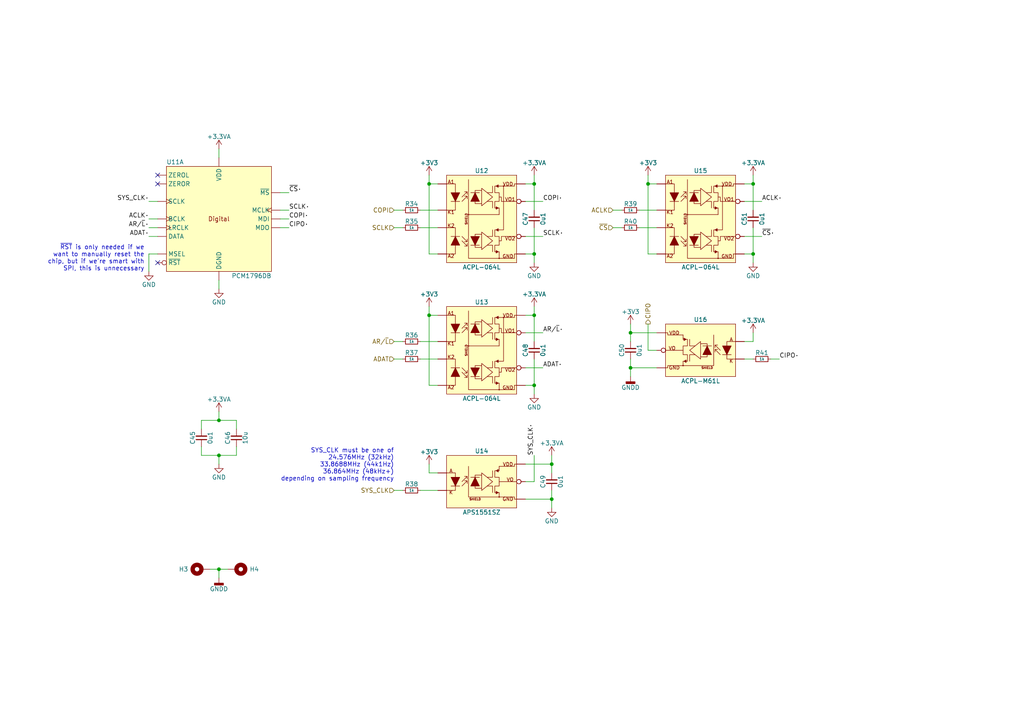
<source format=kicad_sch>
(kicad_sch (version 20211123) (generator eeschema)
  (paper "A4")
  (lib_symbols
    (symbol "DX-MON:ACPL-064L" (pin_numbers hide) (pin_names hide)
      (property "Reference" "U" (at 0 13.97 0))
      (property "Value" "ACPL-064L" (at 0 -13.97 0))
      (symbol "ACPL-064L_0_0"
        (polyline (pts (xy 5.08 -6.35) (xy 5.715 -6.35) (xy 5.715 -5.08) (xy 10.16 -5.08)) (stroke (width 0.1524)))
        (text "A1" (at -8.89 10.16 0) (effects (font (size 1.016 1.016)) (justify bottom)))
        (text "A2" (at -8.89 -10.16 0) (effects (font (size 1.016 1.016)) (justify top)))
        (text "GND" (at 7.62 -11.43 0) (effects (font (size 1.016 1.016)) (justify bottom)))
        (text "K1" (at -8.89 2.54 0) (effects (font (size 1.016 1.016)) (justify top)))
        (text "K2" (at -8.89 -2.54 0) (effects (font (size 1.016 1.016)) (justify bottom)))
        (text "SHIELD" (at -4.445 0 900) (effects (font (size 0.635 0.635))))
        (text "VDD" (at 7.62 9.525 0) (effects (font (size 1.016 1.016)) (justify bottom)))
        (text "VO1" (at 8.255 5.08 0) (effects (font (size 1.016 1.016)) (justify bottom)))
        (text "VO2" (at 8.255 -5.08 0) (effects (font (size 1.016 1.016)) (justify top)))
      )
      (symbol "ACPL-064L_0_1"
        (rectangle (start -10.16 12.7) (end 10.16 -12.7) (stroke (width 0.1524)) (fill (type background)))
        (circle (center -3.81 1.27) (radius 0.127) (stroke (width 0.1524)))
        (polyline (pts (xy -8.89 -5.08) (xy -6.35 -5.08)) (stroke (width 0.1524)))
        (polyline (pts (xy -8.89 5.08) (xy -6.35 5.08)) (stroke (width 0.1524)))
        (polyline (pts (xy -3.175 -7.62) (xy -0.635 -7.62)) (stroke (width 0.1524)))
        (polyline (pts (xy -3.175 7.62) (xy -0.635 7.62)) (stroke (width 0.1524)))
        (polyline (pts (xy 5.08 -9.525) (xy 5.08 -11.43)) (stroke (width 0.1524)))
        (polyline (pts (xy 5.08 1.27) (xy -3.81 1.27)) (stroke (width 0.1524)))
        (polyline (pts (xy 5.08 3.175) (xy 5.08 1.27)) (stroke (width 0.1524)))
        (polyline (pts (xy 9.525 -10.16) (xy 10.16 -10.16)) (stroke (width 0.1524)))
        (polyline (pts (xy -10.16 -2.54) (xy -7.62 -2.54) (xy -7.62 -5.08)) (stroke (width 0.1524)))
        (polyline (pts (xy -10.16 2.54) (xy -7.62 2.54) (xy -7.62 5.08)) (stroke (width 0.1524)))
        (polyline (pts (xy -7.62 -7.62) (xy -7.62 -10.16) (xy -10.16 -10.16)) (stroke (width 0.1524)))
        (polyline (pts (xy -7.62 7.62) (xy -7.62 10.16) (xy -10.16 10.16)) (stroke (width 0.1524)))
        (polyline (pts (xy -1.905 -7.62) (xy -1.905 -8.255) (xy 0 -8.255)) (stroke (width 0.1524)))
        (polyline (pts (xy -1.905 -5.08) (xy -1.905 -4.445) (xy 0 -4.445)) (stroke (width 0.1524)))
        (polyline (pts (xy -1.905 5.08) (xy -1.905 4.445) (xy 0 4.445)) (stroke (width 0.1524)))
        (polyline (pts (xy -1.905 7.62) (xy -1.905 8.255) (xy 0 8.255)) (stroke (width 0.1524)))
        (polyline (pts (xy 3.175 -9.525) (xy 3.175 -7.62) (xy 1.651 -7.62)) (stroke (width 0.1524)))
        (polyline (pts (xy 3.175 -3.175) (xy 3.175 -5.08) (xy 1.651 -5.08)) (stroke (width 0.1524)))
        (polyline (pts (xy 3.175 3.175) (xy 3.175 5.08) (xy 1.651 5.08)) (stroke (width 0.1524)))
        (polyline (pts (xy 3.175 9.525) (xy 3.175 7.62) (xy 1.651 7.62)) (stroke (width 0.1524)))
        (polyline (pts (xy 5.08 -3.175) (xy 6.35 -3.175) (xy 6.35 9.525)) (stroke (width 0.1524)))
        (polyline (pts (xy -3.81 11.43) (xy -3.81 -11.43) (xy 9.525 -11.43) (xy 9.525 -10.16)) (stroke (width 0.1524)))
        (polyline (pts (xy 5.08 6.35) (xy 5.715 6.35) (xy 5.715 5.08) (xy 10.16 5.08)) (stroke (width 0.1524)))
        (polyline (pts (xy 5.08 9.525) (xy 9.525 9.525) (xy 9.525 10.16) (xy 10.16 10.16)) (stroke (width 0.1524)))
        (polyline (pts (xy -8.89 7.62) (xy -6.35 7.62) (xy -7.62 5.08) (xy -8.89 7.62) (xy -6.35 7.62)) (stroke (width 0.1524)) (fill (type outline)))
        (polyline (pts (xy -6.35 -7.62) (xy -8.89 -7.62) (xy -7.62 -5.08) (xy -6.35 -7.62) (xy -8.89 -7.62)) (stroke (width 0.1524)) (fill (type outline)))
        (polyline (pts (xy -5.715 -6.35) (xy -4.191 -7.874) (xy -4.191 -7.112) (xy -4.191 -7.874) (xy -4.953 -7.874)))
        (polyline (pts (xy -5.715 -5.08) (xy -4.191 -6.604) (xy -4.191 -5.842) (xy -4.191 -6.604) (xy -4.953 -6.604)))
        (polyline (pts (xy -5.715 5.08) (xy -4.191 6.604) (xy -4.191 5.842) (xy -4.191 6.604) (xy -4.953 6.604)))
        (polyline (pts (xy -5.715 6.35) (xy -4.191 7.874) (xy -4.191 7.112) (xy -4.191 7.874) (xy -4.953 7.874)))
        (polyline (pts (xy -3.175 -5.08) (xy -0.635 -5.08) (xy -1.905 -7.62) (xy -3.175 -5.08) (xy -0.635 -5.08)) (stroke (width 0.1524)) (fill (type outline)))
        (polyline (pts (xy -0.635 5.08) (xy -3.175 5.08) (xy -1.905 7.62) (xy -0.635 5.08) (xy -3.175 5.08)) (stroke (width 0.1524)) (fill (type outline)))
        (polyline (pts (xy 0 -3.81) (xy 0 -8.89) (xy 3.175 -6.35) (xy 0 -3.81) (xy 0 -8.89)) (stroke (width 0.1524)))
        (polyline (pts (xy 0 8.89) (xy 0 3.81) (xy 3.175 6.35) (xy 0 8.89) (xy 0 3.81)) (stroke (width 0.1524)))
        (polyline (pts (xy 4.191 -3.175) (xy 4.826 -2.794) (xy 4.826 -3.556) (xy 4.191 -3.175) (xy 4.826 -2.794)) (stroke (width 0.1524)) (fill (type outline)))
        (polyline (pts (xy 4.191 9.525) (xy 4.826 9.906) (xy 4.826 9.144) (xy 4.191 9.525) (xy 4.826 9.906)) (stroke (width 0.1524)) (fill (type outline)))
        (polyline (pts (xy 4.826 -9.525) (xy 4.191 -9.906) (xy 4.191 -9.144) (xy 4.826 -9.525) (xy 4.191 -9.906)) (stroke (width 0.1524)) (fill (type outline)))
        (polyline (pts (xy 4.826 3.175) (xy 4.191 2.794) (xy 4.191 3.556) (xy 4.826 3.175) (xy 4.191 2.794)) (stroke (width 0.1524)) (fill (type outline)))
        (polyline (pts (xy 5.08 -9.525) (xy 3.81 -9.525) (xy 3.81 -7.62) (xy 5.08 -7.62) (xy 5.08 -5.08) (xy 3.81 -5.08) (xy 3.81 -3.175) (xy 5.08 -3.175)) (stroke (width 0.1524)))
        (polyline (pts (xy 5.08 3.175) (xy 3.81 3.175) (xy 3.81 5.08) (xy 5.08 5.08) (xy 5.08 7.62) (xy 3.81 7.62) (xy 3.81 9.525) (xy 5.08 9.525)) (stroke (width 0.1524)))
        (circle (center 5.08 -11.43) (radius 0.127) (stroke (width 0.1524)))
        (circle (center 6.35 9.525) (radius 0.127) (stroke (width 0.1524)))
      )
      (symbol "ACPL-064L_1_1"
        (pin passive line (at -12.7 10.16 0) (length 2.54) (name "A1") (number "1"))
        (pin passive line (at -12.7 2.54 0) (length 2.54) (name "K1") (number "2"))
        (pin passive line (at -12.7 -2.54 0) (length 2.54) (name "K2") (number "3"))
        (pin passive line (at -12.7 -10.16 0) (length 2.54) (name "A2") (number "4"))
        (pin power_in line (at 12.7 -10.16 180) (length 2.54) (name "GND") (number "5"))
        (pin output inverted (at 12.7 -5.08 180) (length 2.54) (name "VO2") (number "6"))
        (pin output inverted (at 12.7 5.08 180) (length 2.54) (name "VO1") (number "7"))
        (pin power_in line (at 12.7 10.16 180) (length 2.54) (name "VDD") (number "8"))
      )
    )
    (symbol "DX-MON:ACPL-W61L" (pin_numbers hide) (pin_names hide)
      (property "Reference" "U" (at 0 8.89 0))
      (property "Value" "ACPL-W61L" (at 0 -8.89 0))
      (symbol "ACPL-W61L_0_0"
        (polyline (pts (xy 10.16 0) (xy 5.08 0)) (stroke (width 0.1524)))
        (polyline (pts (xy 5.08 -4.445) (xy -3.81 -4.445) (xy -3.81 4.445)) (stroke (width 0.1524)))
        (polyline (pts (xy 10.16 -5.08) (xy 9.525 -5.08) (xy 9.525 -4.445) (xy 5.08 -4.445)) (stroke (width 0.1524)))
        (text "A" (at -8.89 2.54 0) (effects (font (size 1.016 1.016)) (justify bottom)))
        (text "GND" (at 7.62 -4.445 0) (effects (font (size 1.016 1.016)) (justify top)))
        (text "K" (at -8.89 -2.54 0) (effects (font (size 1.016 1.016)) (justify top)))
        (text "SHIELD" (at -1.905 -5.08 0) (effects (font (size 0.635 0.635))))
        (text "VDD" (at 7.62 4.445 0) (effects (font (size 1.016 1.016)) (justify bottom)))
        (text "VO" (at 8.255 0 0) (effects (font (size 1.016 1.016)) (justify bottom)))
      )
      (symbol "ACPL-W61L_0_1"
        (rectangle (start -10.16 7.62) (end 10.16 -7.62) (stroke (width 0.1524)) (fill (type background)))
        (polyline (pts (xy -8.89 -1.27) (xy -6.35 -1.27)) (stroke (width 0.1524)))
        (polyline (pts (xy -3.175 1.27) (xy -0.635 1.27)) (stroke (width 0.1524)))
        (polyline (pts (xy 5.08 -3.175) (xy 5.08 -4.445)) (stroke (width 0.1524)))
        (polyline (pts (xy 5.08 4.445) (xy 5.08 3.175)) (stroke (width 0.1524)))
        (polyline (pts (xy -10.16 -2.54) (xy -7.62 -2.54) (xy -7.62 -1.27)) (stroke (width 0.1524)))
        (polyline (pts (xy -7.62 1.27) (xy -7.62 2.54) (xy -10.16 2.54)) (stroke (width 0.1524)))
        (polyline (pts (xy -1.905 -1.27) (xy -1.905 -1.905) (xy 0 -1.905)) (stroke (width 0.1524)))
        (polyline (pts (xy -1.905 1.27) (xy -1.905 1.905) (xy 0 1.905)) (stroke (width 0.1524)))
        (polyline (pts (xy 3.175 -3.175) (xy 3.175 -1.27) (xy 1.651 -1.27)) (stroke (width 0.1524)))
        (polyline (pts (xy 3.175 3.175) (xy 3.175 1.27) (xy 1.651 1.27)) (stroke (width 0.1524)))
        (polyline (pts (xy 5.08 4.445) (xy 9.525 4.445) (xy 9.525 5.08) (xy 10.16 5.08)) (stroke (width 0.1524)))
        (polyline (pts (xy -8.89 1.27) (xy -6.35 1.27) (xy -7.62 -1.27) (xy -8.89 1.27) (xy -6.35 1.27)) (stroke (width 0.1524)) (fill (type outline)))
        (polyline (pts (xy -5.715 -1.27) (xy -4.191 0.254) (xy -4.191 -0.508) (xy -4.191 0.254) (xy -4.953 0.254)))
        (polyline (pts (xy -5.715 0) (xy -4.191 1.524) (xy -4.191 0.762) (xy -4.191 1.524) (xy -4.953 1.524)))
        (polyline (pts (xy -0.635 -1.27) (xy -3.175 -1.27) (xy -1.905 1.27) (xy -0.635 -1.27) (xy -3.175 -1.27)) (stroke (width 0.1524)) (fill (type outline)))
        (polyline (pts (xy 0 2.54) (xy 0 -2.54) (xy 3.175 0) (xy 0 2.54) (xy 0 -2.54)) (stroke (width 0.1524)))
        (polyline (pts (xy 4.191 3.175) (xy 4.826 3.556) (xy 4.826 2.794) (xy 4.191 3.175) (xy 4.826 3.556)) (stroke (width 0.1524)) (fill (type outline)))
        (polyline (pts (xy 4.826 -3.175) (xy 4.191 -3.556) (xy 4.191 -2.794) (xy 4.826 -3.175) (xy 4.191 -3.556)) (stroke (width 0.1524)) (fill (type outline)))
        (polyline (pts (xy 5.08 -3.175) (xy 3.81 -3.175) (xy 3.81 -1.27) (xy 5.08 -1.27) (xy 5.08 1.27) (xy 3.81 1.27) (xy 3.81 3.175) (xy 5.08 3.175)) (stroke (width 0.1524)))
        (circle (center 5.08 -4.445) (radius 0.127) (stroke (width 0.1524)))
      )
      (symbol "ACPL-W61L_1_1"
        (pin passive line (at -12.7 2.54 0) (length 2.54) (name "A") (number "1"))
        (pin passive line (at -12.7 -2.54 0) (length 2.54) (name "K") (number "3"))
        (pin power_in line (at 12.7 -5.08 180) (length 2.54) (name "GND") (number "4"))
        (pin output inverted (at 12.7 0 180) (length 2.54) (name "VO") (number "5"))
        (pin power_in line (at 12.7 5.08 180) (length 2.54) (name "VDD") (number "6"))
      )
    )
    (symbol "DX-MON:APS1551SZ" (pin_numbers hide) (pin_names hide)
      (property "Reference" "U" (at 0 8.89 0))
      (property "Value" "APS1551SZ" (at 0 -8.89 0))
      (symbol "APS1551SZ_0_0"
        (polyline (pts (xy 10.16 0) (xy 5.08 0)) (stroke (width 0.1524)))
        (polyline (pts (xy 5.08 -4.445) (xy -3.81 -4.445) (xy -3.81 4.445)) (stroke (width 0.1524)))
        (polyline (pts (xy 10.16 -5.08) (xy 9.525 -5.08) (xy 9.525 -4.445) (xy 5.08 -4.445)) (stroke (width 0.1524)))
        (text "A" (at -8.89 2.54 0) (effects (font (size 1.016 1.016)) (justify bottom)))
        (text "GND" (at 7.62 -4.445 0) (effects (font (size 1.016 1.016)) (justify top)))
        (text "K" (at -8.89 -2.54 0) (effects (font (size 1.016 1.016)) (justify top)))
        (text "SHIELD" (at -1.905 -5.08 0) (effects (font (size 0.635 0.635))))
        (text "VDD" (at 7.62 4.445 0) (effects (font (size 1.016 1.016)) (justify bottom)))
        (text "VO" (at 8.255 0 0) (effects (font (size 1.016 1.016)) (justify bottom)))
      )
      (symbol "APS1551SZ_0_1"
        (rectangle (start -10.16 7.62) (end 10.16 -7.62) (stroke (width 0.1524)) (fill (type background)))
        (polyline (pts (xy -8.89 -1.27) (xy -6.35 -1.27)) (stroke (width 0.1524)))
        (polyline (pts (xy -3.175 1.27) (xy -0.635 1.27)) (stroke (width 0.1524)))
        (polyline (pts (xy 5.08 -3.175) (xy 5.08 -4.445)) (stroke (width 0.1524)))
        (polyline (pts (xy 5.08 4.445) (xy 5.08 3.175)) (stroke (width 0.1524)))
        (polyline (pts (xy -10.16 -2.54) (xy -7.62 -2.54) (xy -7.62 -1.27)) (stroke (width 0.1524)))
        (polyline (pts (xy -7.62 1.27) (xy -7.62 2.54) (xy -10.16 2.54)) (stroke (width 0.1524)))
        (polyline (pts (xy -1.905 -1.27) (xy -1.905 -1.905) (xy 0 -1.905)) (stroke (width 0.1524)))
        (polyline (pts (xy -1.905 1.27) (xy -1.905 1.905) (xy 0 1.905)) (stroke (width 0.1524)))
        (polyline (pts (xy 3.175 -3.175) (xy 3.175 -1.27) (xy 1.651 -1.27)) (stroke (width 0.1524)))
        (polyline (pts (xy 3.175 3.175) (xy 3.175 1.27) (xy 1.651 1.27)) (stroke (width 0.1524)))
        (polyline (pts (xy 5.08 4.445) (xy 9.525 4.445) (xy 9.525 5.08) (xy 10.16 5.08)) (stroke (width 0.1524)))
        (polyline (pts (xy -8.89 1.27) (xy -6.35 1.27) (xy -7.62 -1.27) (xy -8.89 1.27) (xy -6.35 1.27)) (stroke (width 0.1524)) (fill (type outline)))
        (polyline (pts (xy -5.715 -1.27) (xy -4.191 0.254) (xy -4.191 -0.508) (xy -4.191 0.254) (xy -4.953 0.254)))
        (polyline (pts (xy -5.715 0) (xy -4.191 1.524) (xy -4.191 0.762) (xy -4.191 1.524) (xy -4.953 1.524)))
        (polyline (pts (xy -0.635 -1.27) (xy -3.175 -1.27) (xy -1.905 1.27) (xy -0.635 -1.27) (xy -3.175 -1.27)) (stroke (width 0.1524)) (fill (type outline)))
        (polyline (pts (xy 0 2.54) (xy 0 -2.54) (xy 3.175 0) (xy 0 2.54) (xy 0 -2.54)) (stroke (width 0.1524)))
        (polyline (pts (xy 4.191 3.175) (xy 4.826 3.556) (xy 4.826 2.794) (xy 4.191 3.175) (xy 4.826 3.556)) (stroke (width 0.1524)) (fill (type outline)))
        (polyline (pts (xy 4.826 -3.175) (xy 4.191 -3.556) (xy 4.191 -2.794) (xy 4.826 -3.175) (xy 4.191 -3.556)) (stroke (width 0.1524)) (fill (type outline)))
        (polyline (pts (xy 5.08 -3.175) (xy 3.81 -3.175) (xy 3.81 -1.27) (xy 5.08 -1.27) (xy 5.08 1.27) (xy 3.81 1.27) (xy 3.81 3.175) (xy 5.08 3.175)) (stroke (width 0.1524)))
        (circle (center 5.08 -4.445) (radius 0.127) (stroke (width 0.1524)))
      )
      (symbol "APS1551SZ_1_1"
        (pin passive line (at -12.7 2.54 0) (length 2.54) (name "A") (number "1"))
        (pin passive line (at -12.7 -2.54 0) (length 2.54) (name "K") (number "3"))
        (pin power_in line (at 12.7 -5.08 180) (length 2.54) (name "GND") (number "4"))
        (pin output inverted (at 12.7 0 180) (length 2.54) (name "VO") (number "5"))
        (pin power_in line (at 12.7 5.08 180) (length 2.54) (name "VDD") (number "6"))
      )
    )
    (symbol "DX-MON:PCM1796DB" (pin_numbers hide)
      (property "Reference" "U" (at -15.24 16.51 0))
      (property "Value" "PCM1796DB" (at 15.24 -16.51 0))
      (symbol "PCM1796DB_1_0"
        (rectangle (start -15.24 15.24) (end 15.24 -15.24) (stroke (width 0.1524)) (fill (type background)))
        (text "Digital" (at 0 0 0) (effects (font (size 1.27 1.27))))
      )
      (symbol "PCM1796DB_1_1"
        (pin bidirectional line (at -17.78 12.7 0) (length 2.54) (name "ZEROL") (number "1"))
        (pin bidirectional line (at 17.78 7.62 180) (length 2.54) (name "~{MS}") (number "10"))
        (pin input line (at 17.78 0 180) (length 2.54) (name "MDI") (number "11"))
        (pin input clock (at 17.78 2.54 180) (length 2.54) (name "MCLK") (number "12"))
        (pin output line (at 17.78 -2.54 180) (length 2.54) (name "MDO") (number "13"))
        (pin input inverted (at -17.78 -12.7 0) (length 2.54) (name "~{RST}") (number "14"))
        (pin bidirectional line (at -17.78 10.16 0) (length 2.54) (name "ZEROR") (number "2"))
        (pin input line (at -17.78 -10.16 0) (length 2.54) (name "MSEL") (number "3"))
        (pin input clock (at -17.78 -2.54 0) (length 2.54) (name "LRCLK") (number "4"))
        (pin input line (at -17.78 -5.08 0) (length 2.54) (name "DATA") (number "5"))
        (pin input clock (at -17.78 0 0) (length 2.54) (name "BCLK") (number "6"))
        (pin input clock (at -17.78 5.08 0) (length 2.54) (name "SCLK") (number "7"))
        (pin power_in line (at 0 -17.78 90) (length 2.54) (name "DGND") (number "8"))
        (pin power_in line (at 0 17.78 270) (length 2.54) (name "VDD") (number "9"))
      )
      (symbol "PCM1796DB_2_0"
        (rectangle (start -15.24 15.24) (end 15.24 -15.24) (stroke (width 0.1524)) (fill (type background)))
        (text "Analog" (at 0 0 0) (effects (font (size 1.27 1.27))))
      )
      (symbol "PCM1796DB_2_1"
        (pin power_in line (at 2.54 17.78 270) (length 2.54) (name "AVCC2R") (number "15"))
        (pin power_in line (at -2.54 -17.78 90) (length 2.54) (name "AGND3R") (number "16"))
        (pin output line (at 17.78 5.08 180) (length 2.54) (name "IOUTR+") (number "17"))
        (pin output line (at 17.78 2.54 180) (length 2.54) (name "IOUTR-") (number "18"))
        (pin power_in line (at 2.54 -17.78 90) (length 2.54) (name "AGND1") (number "19"))
        (pin input line (at -17.78 -5.08 0) (length 2.54) (name "IREF") (number "20"))
        (pin input line (at -17.78 5.08 0) (length 2.54) (name "VCOMR") (number "21"))
        (pin input line (at -17.78 0 0) (length 2.54) (name "VCOML") (number "22"))
        (pin power_in line (at -5.08 17.78 270) (length 2.54) (name "AVCC1") (number "23"))
        (pin power_in line (at 0 -17.78 90) (length 2.54) (name "AGND2") (number "24"))
        (pin output line (at 17.78 -2.54 180) (length 2.54) (name "IOUTL+") (number "25"))
        (pin output line (at 17.78 -5.08 180) (length 2.54) (name "IOUTL-") (number "26"))
        (pin power_in line (at -5.08 -17.78 90) (length 2.54) (name "AGND3L") (number "27"))
        (pin power_in line (at 0 17.78 270) (length 2.54) (name "AVCC2L") (number "28"))
      )
    )
    (symbol "Device:C_Small" (pin_numbers hide) (pin_names (offset 0.254) hide)
      (property "Reference" "C" (at 0.254 1.778 0))
      (property "Value" "C_Small" (at 0.254 -2.032 0))
      (symbol "C_Small_0_1"
        (polyline (pts (xy -1.524 -0.508) (xy 1.524 -0.508)) (stroke (width 0.3302)))
        (polyline (pts (xy -1.524 0.508) (xy 1.524 0.508)) (stroke (width 0.3048)))
      )
      (symbol "C_Small_1_1"
        (pin passive line (at 0 2.54 270) (length 2.032) (name "~") (number "1"))
        (pin passive line (at 0 -2.54 90) (length 2.032) (name "~") (number "2"))
      )
    )
    (symbol "Device:R_Small" (pin_numbers hide) (pin_names (offset 0.254) hide)
      (property "Reference" "R" (at 0.762 0.508 0))
      (property "Value" "R_Small" (at 0.762 -1.016 0))
      (symbol "R_Small_0_1"
        (rectangle (start -0.762 1.778) (end 0.762 -1.778) (stroke (width 0.2032)))
      )
      (symbol "R_Small_1_1"
        (pin passive line (at 0 2.54 270) (length 0.762) (name "~") (number "1"))
        (pin passive line (at 0 -2.54 90) (length 0.762) (name "~") (number "2"))
      )
    )
    (symbol "Mechanical:MountingHole_Pad" (pin_numbers hide) (pin_names (offset 1.016) hide)
      (property "Reference" "H" (at 0 6.35 0))
      (property "Value" "MountingHole_Pad" (at 0 4.445 0))
      (symbol "MountingHole_Pad_0_1"
        (circle (center 0 1.27) (radius 1.27) (stroke (width 1.27)))
      )
      (symbol "MountingHole_Pad_1_1"
        (pin input line (at 0 -2.54 90) (length 2.54) (name "1") (number "1"))
      )
    )
    (symbol "power:+3.3V" (power) (pin_names (offset 0))
      (property "Value" "+3.3V" (at 0 3.556 0))
      (symbol "+3.3V_0_1"
        (polyline (pts (xy -0.762 1.27) (xy 0 2.54)))
        (polyline (pts (xy 0 0) (xy 0 2.54)))
        (polyline (pts (xy 0 2.54) (xy 0.762 1.27)))
      )
      (symbol "+3.3V_1_1"
        (pin power_in line (at 0 0 90) (length 0) hide (name "+3V3") (number "1"))
      )
    )
    (symbol "power:+3.3VA" (power) (pin_names (offset 0))
      (property "Value" "+3.3VA" (at 0 3.556 0))
      (symbol "+3.3VA_0_1"
        (polyline (pts (xy -0.762 1.27) (xy 0 2.54)))
        (polyline (pts (xy 0 0) (xy 0 2.54)))
        (polyline (pts (xy 0 2.54) (xy 0.762 1.27)))
      )
      (symbol "+3.3VA_1_1"
        (pin power_in line (at 0 0 90) (length 0) hide (name "+3.3VA") (number "1"))
      )
    )
    (symbol "power:GND" (power) (pin_names (offset 0))
      (property "Value" "GND" (at 0 -3.81 0))
      (symbol "GND_0_1"
        (polyline (pts (xy 0 0) (xy 0 -1.27) (xy 1.27 -1.27) (xy 0 -2.54) (xy -1.27 -1.27) (xy 0 -1.27)))
      )
      (symbol "GND_1_1"
        (pin power_in line (at 0 0 270) (length 0) hide (name "GND") (number "1"))
      )
    )
    (symbol "power:GNDD" (power) (pin_names (offset 0))
      (property "Value" "GNDD" (at 0 -3.175 0))
      (symbol "GNDD_0_1"
        (rectangle (start -1.27 -1.524) (end 1.27 -2.032) (stroke (width 0.254)) (fill (type outline)))
        (polyline (pts (xy 0 0) (xy 0 -1.524)))
      )
      (symbol "GNDD_1_1"
        (pin power_in line (at 0 0 270) (length 0) hide (name "GNDD") (number "1"))
      )
    )
  )
  (junction (at 218.44 73.66))
  (junction (at 187.96 53.34))
  (junction (at 124.46 53.34))
  (junction (at 63.5 121.92))
  (junction (at 160.02 144.78))
  (junction (at 124.46 91.44))
  (junction (at 218.44 53.34))
  (junction (at 182.88 96.52))
  (junction (at 160.02 134.62))
  (junction (at 154.94 111.76))
  (junction (at 63.5 165.1))
  (junction (at 182.88 106.68))
  (junction (at 154.94 53.34))
  (junction (at 154.94 73.66))
  (junction (at 63.5 132.08))
  (junction (at 154.94 91.44))
  (no_connect (at 45.72 50.8))
  (no_connect (at 45.72 53.34))
  (no_connect (at 45.72 76.2))
  (wire (pts (xy 190.5 60.96) (xy 185.42 60.96)))
  (wire (pts (xy 152.4 96.52) (xy 157.48 96.52)))
  (wire (pts (xy 160.02 132.08) (xy 160.02 134.62)))
  (wire (pts (xy 154.94 91.44) (xy 152.4 91.44)))
  (wire (pts (xy 187.96 101.6) (xy 190.5 101.6)))
  (wire (pts (xy 157.48 68.58) (xy 152.4 68.58)))
  (wire (pts (xy 43.18 58.42) (xy 45.72 58.42)))
  (wire (pts (xy 154.94 139.7) (xy 152.4 139.7)))
  (wire (pts (xy 215.9 53.34) (xy 218.44 53.34)))
  (wire (pts (xy 63.5 165.1) (xy 66.04 165.1)))
  (wire (pts (xy 182.88 93.98) (xy 182.88 96.52)))
  (wire (pts (xy 182.88 96.52) (xy 190.5 96.52)))
  (wire (pts (xy 127 66.04) (xy 121.92 66.04)))
  (wire (pts (xy 43.18 73.66) (xy 43.18 78.74)))
  (wire (pts (xy 63.5 132.08) (xy 68.58 132.08)))
  (wire (pts (xy 187.96 50.8) (xy 187.96 53.34)))
  (wire (pts (xy 124.46 134.62) (xy 124.46 137.16)))
  (wire (pts (xy 45.72 66.04) (xy 43.18 66.04)))
  (wire (pts (xy 187.96 101.6) (xy 187.96 93.98)))
  (wire (pts (xy 160.02 134.62) (xy 152.4 134.62)))
  (wire (pts (xy 218.44 76.2) (xy 218.44 73.66)))
  (wire (pts (xy 116.84 142.24) (xy 114.3 142.24)))
  (wire (pts (xy 215.9 58.42) (xy 220.98 58.42)))
  (wire (pts (xy 58.42 121.92) (xy 63.5 121.92)))
  (wire (pts (xy 152.4 73.66) (xy 154.94 73.66)))
  (wire (pts (xy 83.82 66.04) (xy 81.28 66.04)))
  (wire (pts (xy 63.5 83.82) (xy 63.5 81.28)))
  (wire (pts (xy 63.5 119.38) (xy 63.5 121.92)))
  (wire (pts (xy 124.46 53.34) (xy 127 53.34)))
  (wire (pts (xy 63.5 121.92) (xy 68.58 121.92)))
  (wire (pts (xy 218.44 99.06) (xy 215.9 99.06)))
  (wire (pts (xy 154.94 99.06) (xy 154.94 91.44)))
  (wire (pts (xy 160.02 147.32) (xy 160.02 144.78)))
  (wire (pts (xy 63.5 43.18) (xy 63.5 45.72)))
  (wire (pts (xy 45.72 68.58) (xy 43.18 68.58)))
  (wire (pts (xy 124.46 137.16) (xy 127 137.16)))
  (wire (pts (xy 124.46 91.44) (xy 127 91.44)))
  (wire (pts (xy 152.4 111.76) (xy 154.94 111.76)))
  (wire (pts (xy 177.8 66.04) (xy 180.34 66.04)))
  (wire (pts (xy 124.46 73.66) (xy 124.46 53.34)))
  (wire (pts (xy 114.3 104.14) (xy 116.84 104.14)))
  (wire (pts (xy 218.44 96.52) (xy 218.44 99.06)))
  (wire (pts (xy 157.48 106.68) (xy 152.4 106.68)))
  (wire (pts (xy 81.28 63.5) (xy 83.82 63.5)))
  (wire (pts (xy 154.94 111.76) (xy 154.94 104.14)))
  (wire (pts (xy 218.44 104.14) (xy 215.9 104.14)))
  (wire (pts (xy 124.46 111.76) (xy 124.46 91.44)))
  (wire (pts (xy 152.4 58.42) (xy 157.48 58.42)))
  (wire (pts (xy 58.42 129.54) (xy 58.42 132.08)))
  (wire (pts (xy 127 142.24) (xy 121.92 142.24)))
  (wire (pts (xy 218.44 66.04) (xy 218.44 73.66)))
  (wire (pts (xy 81.28 55.88) (xy 83.82 55.88)))
  (wire (pts (xy 154.94 53.34) (xy 152.4 53.34)))
  (wire (pts (xy 68.58 132.08) (xy 68.58 129.54)))
  (wire (pts (xy 182.88 96.52) (xy 182.88 99.06)))
  (wire (pts (xy 124.46 50.8) (xy 124.46 53.34)))
  (wire (pts (xy 68.58 121.92) (xy 68.58 124.46)))
  (wire (pts (xy 218.44 73.66) (xy 215.9 73.66)))
  (wire (pts (xy 152.4 144.78) (xy 160.02 144.78)))
  (wire (pts (xy 127 111.76) (xy 124.46 111.76)))
  (wire (pts (xy 45.72 63.5) (xy 43.18 63.5)))
  (wire (pts (xy 121.92 104.14) (xy 127 104.14)))
  (wire (pts (xy 63.5 167.64) (xy 63.5 165.1)))
  (wire (pts (xy 187.96 53.34) (xy 190.5 53.34)))
  (wire (pts (xy 187.96 73.66) (xy 187.96 53.34)))
  (wire (pts (xy 160.02 144.78) (xy 160.02 142.24)))
  (wire (pts (xy 154.94 132.08) (xy 154.94 139.7)))
  (wire (pts (xy 60.96 165.1) (xy 63.5 165.1)))
  (wire (pts (xy 154.94 73.66) (xy 154.94 76.2)))
  (wire (pts (xy 45.72 73.66) (xy 43.18 73.66)))
  (wire (pts (xy 116.84 99.06) (xy 114.3 99.06)))
  (wire (pts (xy 226.06 104.14) (xy 223.52 104.14)))
  (wire (pts (xy 63.5 134.62) (xy 63.5 132.08)))
  (wire (pts (xy 182.88 104.14) (xy 182.88 106.68)))
  (wire (pts (xy 116.84 60.96) (xy 114.3 60.96)))
  (wire (pts (xy 218.44 53.34) (xy 218.44 50.8)))
  (wire (pts (xy 180.34 60.96) (xy 177.8 60.96)))
  (wire (pts (xy 218.44 60.96) (xy 218.44 53.34)))
  (wire (pts (xy 182.88 109.22) (xy 182.88 106.68)))
  (wire (pts (xy 58.42 124.46) (xy 58.42 121.92)))
  (wire (pts (xy 182.88 106.68) (xy 190.5 106.68)))
  (wire (pts (xy 121.92 60.96) (xy 127 60.96)))
  (wire (pts (xy 220.98 68.58) (xy 215.9 68.58)))
  (wire (pts (xy 81.28 60.96) (xy 83.82 60.96)))
  (wire (pts (xy 154.94 114.3) (xy 154.94 111.76)))
  (wire (pts (xy 190.5 73.66) (xy 187.96 73.66)))
  (wire (pts (xy 127 73.66) (xy 124.46 73.66)))
  (wire (pts (xy 185.42 66.04) (xy 190.5 66.04)))
  (wire (pts (xy 116.84 66.04) (xy 114.3 66.04)))
  (wire (pts (xy 154.94 60.96) (xy 154.94 53.34)))
  (wire (pts (xy 124.46 88.9) (xy 124.46 91.44)))
  (wire (pts (xy 154.94 53.34) (xy 154.94 50.8)))
  (wire (pts (xy 58.42 132.08) (xy 63.5 132.08)))
  (wire (pts (xy 160.02 137.16) (xy 160.02 134.62)))
  (wire (pts (xy 154.94 88.9) (xy 154.94 91.44)))
  (wire (pts (xy 154.94 66.04) (xy 154.94 73.66)))
  (wire (pts (xy 127 99.06) (xy 121.92 99.06)))
  (text "SYS_CLK must be one of\n24.576MHz (32kHz)\n33.8688MHz (44k1Hz)\n36.864MHz (48kHz+)\ndepending on sampling frequency" (at 114.3 139.7 0) (effects (font (size 1.27 1.27)) (justify right bottom)))
  (text "~{RST} is only needed if we\nwant to manually reset the\nchip, but if we're smart with\nSPI, this is unnecessary" (at 41.91 78.74 0) (effects (font (size 1.27 1.27)) (justify right bottom)))
  (label "CIPO·" (at 83.82 66.04 0))
  (label "AR{slash}~{L}·" (at 43.18 66.04 180))
  (label "ACLK·" (at 220.98 58.42 0))
  (label "SYS_CLK·" (at 43.18 58.42 180))
  (label "COPI·" (at 83.82 63.5 0))
  (label "~{CS}·" (at 83.82 55.88 0))
  (label "SCLK·" (at 83.82 60.96 0))
  (label "~{CS}·" (at 220.98 68.58 0))
  (label "SYS_CLK·" (at 154.94 132.08 90))
  (label "CIPO·" (at 226.06 104.14 0))
  (label "AR{slash}~{L}·" (at 157.48 96.52 0))
  (label "ADAT·" (at 43.18 68.58 180))
  (label "ACLK·" (at 43.18 63.5 180))
  (label "ADAT·" (at 157.48 106.68 0))
  (label "COPI·" (at 157.48 58.42 0))
  (label "SCLK·" (at 157.48 68.58 0))
  (hierarchical_label "ACLK" (shape input) (at 177.8 60.96 180))
  (hierarchical_label "COPI" (shape input) (at 114.3 60.96 180))
  (hierarchical_label "~{CS}" (shape input) (at 177.8 66.04 180))
  (hierarchical_label "SYS_CLK" (shape input) (at 114.3 142.24 180))
  (hierarchical_label "ADAT" (shape input) (at 114.3 104.14 180))
  (hierarchical_label "CIPO" (shape output) (at 187.96 93.98 90))
  (hierarchical_label "AR{slash}~{L}" (shape input) (at 114.3 99.06 180))
  (hierarchical_label "SCLK" (shape input) (at 114.3 66.04 180))
  (symbol (lib_id "Device:C_Small") (at 160.02 139.7 180) (unit 1)
    (property "Reference" "C49" (at 157.48 139.7 90))
    (property "Value" "0u1" (at 162.56 139.7 90))
    (property "Footprint" "rhais_rcl:C0603" (effects hide))
    (property "Datasheet" "https://product.tdk.com/system/files/dam/doc/product/capacitor/ceramic/mlcc/catalog/mlcc_automotive_general_en.pdf" (effects hide))
    (property "OC_FARNELL" "2310559" (effects hide))
    (property "URL_FARNELL" "https://uk.farnell.com/multicomp/mc0603b104j250ct/cap-0-1-f-25v-5-x7r-0603-reel/dp/2310559" (effects hide))
    (property "MFR" "TDK Corporation" (effects hide))
    (property "MPN" "CGA3E2X7R1E104K080AA" (effects hide))
    (property "OC_DIGIKEY" "445-5667-1-ND" (effects hide))
    (property "URL_DIGIKEY" "https://www.digikey.com/en/products/detail/tdk-corporation/CGA3E2X7R1E104K080AA/2443145" (effects hide))
  )
  (symbol (lib_id "power:GND") (at 43.18 78.74 0) (unit 1)
    (property "Reference" "#PWR055" (effects hide))
    (property "Value" "GND" (at 43.18 82.55 0))
  )
  (symbol (lib_id "power:GND") (at 63.5 83.82 0) (unit 1)
    (property "Reference" "#PWR057" (effects hide))
    (property "Value" "GND" (at 63.5 87.63 0))
  )
  (symbol (lib_id "Device:C_Small") (at 218.44 63.5 180) (unit 1)
    (property "Reference" "C51" (at 215.9 63.5 90))
    (property "Value" "0u1" (at 220.98 63.5 90))
    (property "Footprint" "rhais_rcl:C0603" (effects hide))
    (property "Datasheet" "https://product.tdk.com/system/files/dam/doc/product/capacitor/ceramic/mlcc/catalog/mlcc_automotive_general_en.pdf" (effects hide))
    (property "OC_FARNELL" "2310559" (effects hide))
    (property "URL_FARNELL" "https://uk.farnell.com/multicomp/mc0603b104j250ct/cap-0-1-f-25v-5-x7r-0603-reel/dp/2310559" (effects hide))
    (property "MFR" "TDK Corporation" (effects hide))
    (property "MPN" "CGA3E2X7R1E104K080AA" (effects hide))
    (property "OC_DIGIKEY" "445-5667-1-ND" (effects hide))
    (property "URL_DIGIKEY" "https://www.digikey.com/en/products/detail/tdk-corporation/CGA3E2X7R1E104K080AA/2443145" (effects hide))
  )
  (symbol (lib_id "power:+3.3VA") (at 160.02 132.08 0) (unit 1)
    (property "Reference" "#PWR068" (effects hide))
    (property "Value" "+3.3VA" (at 160.02 128.524 0))
  )
  (symbol (lib_id "Device:R_Small") (at 119.38 142.24 90) (unit 1)
    (property "Reference" "R38" (at 119.38 139.7 90) (effects (justify bottom)))
    (property "Value" "1k" (at 119.38 142.24 90) (effects (font (size 0.762 0.762))))
    (property "Footprint" "rhais_rcl:R0603" (effects hide))
    (property "Datasheet" "https://www.vishay.com/docs/20035/dcrcwe3.pdf" (effects hide))
    (property "MFR" "Vishay Dale" (effects hide))
    (property "MPN" "CRCW06031K00FKEA" (effects hide))
    (property "OC_DIGIKEY" "541-1.00KHCT-ND" (effects hide))
    (property "URL_DIGIKEY" "https://www.digikey.com/en/products/detail/vishay-dale/CRCW06031K00FKEA/1174668" (effects hide))
  )
  (symbol (lib_id "power:+3.3V") (at 124.46 134.62 0) (unit 1)
    (property "Reference" "#PWR063" (effects hide))
    (property "Value" "+3.3V" (at 124.46 131.064 0))
  )
  (symbol (lib_id "power:+3.3VA") (at 63.5 43.18 0) (unit 1)
    (property "Reference" "#PWR056" (effects hide))
    (property "Value" "+3.3VA" (at 63.5 39.624 0))
  )
  (symbol (lib_id "Mechanical:MountingHole_Pad") (at 58.42 165.1 90) (unit 1)
    (property "Reference" "H3" (at 54.61 165.1 90) (effects (justify left)))
    (property "Value" "MountingHole_Pad" (effects hide))
    (property "Footprint" "MountingHole:MountingHole_3.2mm_M3_Pad" (effects hide))
  )
  (symbol (lib_id "power:+3.3VA") (at 154.94 88.9 0) (unit 1)
    (property "Reference" "#PWR066" (effects hide))
    (property "Value" "+3.3VA" (at 154.94 85.344 0))
  )
  (symbol (lib_id "power:+3.3VA") (at 154.94 50.8 0) (unit 1)
    (property "Reference" "#PWR064" (effects hide))
    (property "Value" "+3.3VA" (at 154.94 47.244 0))
  )
  (symbol (lib_id "Device:R_Small") (at 182.88 66.04 90) (unit 1)
    (property "Reference" "R40" (at 182.88 63.5 90) (effects (justify bottom)))
    (property "Value" "1k" (at 182.88 66.04 90) (effects (font (size 0.762 0.762))))
    (property "Footprint" "rhais_rcl:R0603" (effects hide))
    (property "Datasheet" "https://www.vishay.com/docs/20035/dcrcwe3.pdf" (effects hide))
    (property "MFR" "Vishay Dale" (effects hide))
    (property "MPN" "CRCW06031K00FKEA" (effects hide))
    (property "OC_DIGIKEY" "541-1.00KHCT-ND" (effects hide))
    (property "URL_DIGIKEY" "https://www.digikey.com/en/products/detail/vishay-dale/CRCW06031K00FKEA/1174668" (effects hide))
  )
  (symbol (lib_id "Device:R_Small") (at 220.98 104.14 90) (unit 1)
    (property "Reference" "R41" (at 220.98 101.6 90) (effects (justify bottom)))
    (property "Value" "1k" (at 220.98 104.14 90) (effects (font (size 0.762 0.762))))
    (property "Footprint" "rhais_rcl:R0603" (effects hide))
    (property "Datasheet" "https://www.vishay.com/docs/20035/dcrcwe3.pdf" (effects hide))
    (property "MFR" "Vishay Dale" (effects hide))
    (property "MPN" "CRCW06031K00FKEA" (effects hide))
    (property "OC_DIGIKEY" "541-1.00KHCT-ND" (effects hide))
    (property "URL_DIGIKEY" "https://www.digikey.com/en/products/detail/vishay-dale/CRCW06031K00FKEA/1174668" (effects hide))
  )
  (symbol (lib_id "Device:R_Small") (at 182.88 60.96 90) (unit 1)
    (property "Reference" "R39" (at 182.88 58.42 90) (effects (justify bottom)))
    (property "Value" "1k" (at 182.88 60.96 90) (effects (font (size 0.762 0.762))))
    (property "Footprint" "rhais_rcl:R0603" (effects hide))
    (property "Datasheet" "https://www.vishay.com/docs/20035/dcrcwe3.pdf" (effects hide))
    (property "MFR" "Vishay Dale" (effects hide))
    (property "MPN" "CRCW06031K00FKEA" (effects hide))
    (property "OC_DIGIKEY" "541-1.00KHCT-ND" (effects hide))
    (property "URL_DIGIKEY" "https://www.digikey.com/en/products/detail/vishay-dale/CRCW06031K00FKEA/1174668" (effects hide))
  )
  (symbol (lib_id "Device:C_Small") (at 154.94 101.6 180) (unit 1)
    (property "Reference" "C48" (at 152.4 101.6 90))
    (property "Value" "0u1" (at 157.48 101.6 90))
    (property "Footprint" "rhais_rcl:C0603" (effects hide))
    (property "Datasheet" "https://product.tdk.com/system/files/dam/doc/product/capacitor/ceramic/mlcc/catalog/mlcc_automotive_general_en.pdf" (effects hide))
    (property "OC_FARNELL" "2310559" (effects hide))
    (property "URL_FARNELL" "https://uk.farnell.com/multicomp/mc0603b104j250ct/cap-0-1-f-25v-5-x7r-0603-reel/dp/2310559" (effects hide))
    (property "MFR" "TDK Corporation" (effects hide))
    (property "MPN" "CGA3E2X7R1E104K080AA" (effects hide))
    (property "OC_DIGIKEY" "445-5667-1-ND" (effects hide))
    (property "URL_DIGIKEY" "https://www.digikey.com/en/products/detail/tdk-corporation/CGA3E2X7R1E104K080AA/2443145" (effects hide))
  )
  (symbol (lib_id "power:GNDD") (at 63.5 167.64 0) (unit 1)
    (property "Reference" "#PWR060" (effects hide))
    (property "Value" "GNDD" (at 63.5 170.815 0))
  )
  (symbol (lib_id "power:+3.3V") (at 124.46 50.8 0) (unit 1)
    (property "Reference" "#PWR061" (effects hide))
    (property "Value" "+3.3V" (at 124.46 47.244 0))
  )
  (symbol (lib_id "power:+3.3V") (at 124.46 88.9 0) (unit 1)
    (property "Reference" "#PWR062" (effects hide))
    (property "Value" "+3.3V" (at 124.46 85.344 0))
  )
  (symbol (lib_id "power:GND") (at 154.94 76.2 0) (unit 1)
    (property "Reference" "#PWR065" (effects hide))
    (property "Value" "GND" (at 154.94 80.01 0))
  )
  (symbol (lib_id "Device:C_Small") (at 182.88 101.6 180) (unit 1)
    (property "Reference" "C50" (at 180.34 101.6 90))
    (property "Value" "0u1" (at 185.42 101.6 90))
    (property "Footprint" "rhais_rcl:C0603" (effects hide))
    (property "Datasheet" "https://product.tdk.com/system/files/dam/doc/product/capacitor/ceramic/mlcc/catalog/mlcc_automotive_general_en.pdf" (effects hide))
    (property "OC_FARNELL" "2310559" (effects hide))
    (property "URL_FARNELL" "https://uk.farnell.com/multicomp/mc0603b104j250ct/cap-0-1-f-25v-5-x7r-0603-reel/dp/2310559" (effects hide))
    (property "MFR" "TDK Corporation" (effects hide))
    (property "MPN" "CGA3E2X7R1E104K080AA" (effects hide))
    (property "OC_DIGIKEY" "445-5667-1-ND" (effects hide))
    (property "URL_DIGIKEY" "https://www.digikey.com/en/products/detail/tdk-corporation/CGA3E2X7R1E104K080AA/2443145" (effects hide))
  )
  (symbol (lib_id "DX-MON:ACPL-064L") (at 139.7 63.5 0) (unit 1)
    (property "Reference" "U12" (at 139.7 49.53 0))
    (property "Value" "ACPL-064L" (at 139.7 77.47 0))
    (property "Footprint" "rhais_package-smd:SO-8_3.9x4.9mm_P1.27mm" (effects hide))
    (property "Datasheet" "https://docs.broadcom.com/doc/AV02-2150EN" (effects hide))
    (property "MFR" "Avago" (effects hide))
    (property "MPN" "ACPL-064L-500E" (effects hide))
    (property "OC_FARNELL" "2393249" (effects hide))
    (property "URL_FARNELL" "https://uk.farnell.com/broadcom-limited/acpl-064l-500e/optocoupler-cmos-2-ch-3-75kv/dp/2393249" (effects hide))
    (property "OC_DIGIKEY" "516-2614-1-ND" (effects hide))
    (property "URL_DIGIKEY" "https://www.digikey.com/en/products/detail/broadcom-limited/ACPL-064L-500E/2347199" (effects hide))
  )
  (symbol (lib_id "Device:C_Small") (at 68.58 127 180) (unit 1)
    (property "Reference" "C46" (at 66.04 127 90))
    (property "Value" "10u" (at 71.12 127 90))
    (property "Footprint" "rhais_rcl:C0805" (effects hide))
    (property "Datasheet" "https://search.murata.co.jp/Ceramy/image/img/A01X/G101/ENG/GRM21BR61E106KA73-01.pdf" (effects hide))
    (property "OC_FARNELL" "1735530" (effects hide))
    (property "URL_FARNELL" "https://uk.farnell.com/murata/grm21br61e106ka73l/cap-10-f-25v-10-x5r-0805/dp/1735530" (effects hide))
    (property "MFR" "muRata" (effects hide))
    (property "MPN" "GRM21BR61E106KA73L" (effects hide))
    (property "OC_DIGIKEY" "490-5523-1-ND" (effects hide))
    (property "URL_DIGIKEY" "https://www.digikey.com/en/products/detail/murata-electronics/GRM21BR61E106KA73L/2334874" (effects hide))
  )
  (symbol (lib_id "power:+3.3V") (at 187.96 50.8 0) (unit 1)
    (property "Reference" "#PWR072" (effects hide))
    (property "Value" "+3.3V" (at 187.96 47.244 0))
  )
  (symbol (lib_id "power:+3.3VA") (at 218.44 96.52 0) (unit 1)
    (property "Reference" "#PWR075" (effects hide))
    (property "Value" "+3.3VA" (at 218.44 92.964 0))
  )
  (symbol (lib_id "Device:R_Small") (at 119.38 104.14 90) (unit 1)
    (property "Reference" "R37" (at 119.38 101.6 90) (effects (justify bottom)))
    (property "Value" "1k" (at 119.38 104.14 90) (effects (font (size 0.762 0.762))))
    (property "Footprint" "rhais_rcl:R0603" (effects hide))
    (property "Datasheet" "https://www.vishay.com/docs/20035/dcrcwe3.pdf" (effects hide))
    (property "MFR" "Vishay Dale" (effects hide))
    (property "MPN" "CRCW06031K00FKEA" (effects hide))
    (property "OC_DIGIKEY" "541-1.00KHCT-ND" (effects hide))
    (property "URL_DIGIKEY" "https://www.digikey.com/en/products/detail/vishay-dale/CRCW06031K00FKEA/1174668" (effects hide))
  )
  (symbol (lib_id "Device:R_Small") (at 119.38 99.06 90) (unit 1)
    (property "Reference" "R36" (at 119.38 96.52 90) (effects (justify bottom)))
    (property "Value" "1k" (at 119.38 99.06 90) (effects (font (size 0.762 0.762))))
    (property "Footprint" "rhais_rcl:R0603" (effects hide))
    (property "Datasheet" "https://www.vishay.com/docs/20035/dcrcwe3.pdf" (effects hide))
    (property "MFR" "Vishay Dale" (effects hide))
    (property "MPN" "CRCW06031K00FKEA" (effects hide))
    (property "OC_DIGIKEY" "541-1.00KHCT-ND" (effects hide))
    (property "URL_DIGIKEY" "https://www.digikey.com/en/products/detail/vishay-dale/CRCW06031K00FKEA/1174668" (effects hide))
  )
  (symbol (lib_id "DX-MON:APS1551SZ") (at 139.7 139.7 0) (unit 1)
    (property "Reference" "U14" (at 139.7 130.81 0))
    (property "Value" "APS1551SZ" (at 139.7 148.59 0))
    (property "Footprint" "rhais_package-smd:SO-5_4.4x4.3mm_P1.27mm" (effects hide))
    (property "Datasheet" "https://www3.panasonic.biz/ac/e_download/control/relay/photo-ic/catalog/semi_eng_50mbps.pdf" (effects hide))
    (property "MFR" "Panasonic" (effects hide))
    (property "MPN" "APS1551SZ" (effects hide))
    (property "OC_DIGIKEY" "255-5943-1-ND" (effects hide))
    (property "URL_DIGIKEY" "https://www.digikey.com/en/products/detail/panasonic-electric-works/APS1551SZ/9351926" (effects hide))
  )
  (symbol (lib_id "Device:R_Small") (at 119.38 66.04 90) (unit 1)
    (property "Reference" "R35" (at 119.38 63.5 90) (effects (justify bottom)))
    (property "Value" "1k" (at 119.38 66.04 90) (effects (font (size 0.762 0.762))))
    (property "Footprint" "rhais_rcl:R0603" (effects hide))
    (property "Datasheet" "https://www.vishay.com/docs/20035/dcrcwe3.pdf" (effects hide))
    (property "MFR" "Vishay Dale" (effects hide))
    (property "MPN" "CRCW06031K00FKEA" (effects hide))
    (property "OC_DIGIKEY" "541-1.00KHCT-ND" (effects hide))
    (property "URL_DIGIKEY" "https://www.digikey.com/en/products/detail/vishay-dale/CRCW06031K00FKEA/1174668" (effects hide))
  )
  (symbol (lib_id "Device:C_Small") (at 154.94 63.5 180) (unit 1)
    (property "Reference" "C47" (at 152.4 63.5 90))
    (property "Value" "0u1" (at 157.48 63.5 90))
    (property "Footprint" "rhais_rcl:C0603" (effects hide))
    (property "Datasheet" "https://product.tdk.com/system/files/dam/doc/product/capacitor/ceramic/mlcc/catalog/mlcc_automotive_general_en.pdf" (effects hide))
    (property "OC_FARNELL" "2310559" (effects hide))
    (property "URL_FARNELL" "https://uk.farnell.com/multicomp/mc0603b104j250ct/cap-0-1-f-25v-5-x7r-0603-reel/dp/2310559" (effects hide))
    (property "MFR" "TDK Corporation" (effects hide))
    (property "MPN" "CGA3E2X7R1E104K080AA" (effects hide))
    (property "OC_DIGIKEY" "445-5667-1-ND" (effects hide))
    (property "URL_DIGIKEY" "https://www.digikey.com/en/products/detail/tdk-corporation/CGA3E2X7R1E104K080AA/2443145" (effects hide))
  )
  (symbol (lib_id "Device:C_Small") (at 58.42 127 180) (unit 1)
    (property "Reference" "C45" (at 55.88 127 90))
    (property "Value" "0u1" (at 60.96 127 90))
    (property "Footprint" "rhais_rcl:C0603" (effects hide))
    (property "Datasheet" "https://product.tdk.com/system/files/dam/doc/product/capacitor/ceramic/mlcc/catalog/mlcc_automotive_general_en.pdf" (effects hide))
    (property "OC_FARNELL" "2310559" (effects hide))
    (property "URL_FARNELL" "https://uk.farnell.com/multicomp/mc0603b104j250ct/cap-0-1-f-25v-5-x7r-0603-reel/dp/2310559" (effects hide))
    (property "MFR" "TDK Corporation" (effects hide))
    (property "MPN" "CGA3E2X7R1E104K080AA" (effects hide))
    (property "OC_DIGIKEY" "445-5667-1-ND" (effects hide))
    (property "URL_DIGIKEY" "https://www.digikey.com/en/products/detail/tdk-corporation/CGA3E2X7R1E104K080AA/2443145" (effects hide))
  )
  (symbol (lib_id "power:GND") (at 154.94 114.3 0) (unit 1)
    (property "Reference" "#PWR067" (effects hide))
    (property "Value" "GND" (at 154.94 118.11 0))
  )
  (symbol (lib_id "DX-MON:PCM1796DB") (at 63.5 63.5 0) (unit 1)
    (property "Reference" "U11" (at 48.26 46.99 0) (effects (justify left)))
    (property "Value" "PCM1796DB" (at 78.74 80.01 0) (effects (justify right)))
    (property "Footprint" "DX-MON:SSOP-28_5.3x10.2mm_P0.65mm" (effects hide))
    (property "Datasheet" "https://www.ti.com/lit/ds/symlink/pcm1796.pdf" (effects hide))
    (property "MFR" "Texas Instruments" (effects hide))
    (property "MPN" "PCM1796DB" (effects hide))
    (property "OC_FARNELL" "3118703" (effects hide))
    (property "URL_FARNELL" "https://uk.farnell.com/texas-instruments/pcm1796db/dac-24bit-192ksps-ssop-28/dp/3118703" (effects hide))
    (property "OC_DIGIKEY" "296-18510-5-ND" (effects hide))
    (property "URL_DIGIKEY" "https://www.digikey.com/en/products/detail/texas-instruments/PCM1796DB/809793" (effects hide))
  )
  (symbol (lib_id "power:GND") (at 160.02 147.32 0) (unit 1)
    (property "Reference" "#PWR069" (effects hide))
    (property "Value" "GND" (at 160.02 151.13 0))
  )
  (symbol (lib_id "power:GND") (at 63.5 134.62 0) (unit 1)
    (property "Reference" "#PWR059" (effects hide))
    (property "Value" "GND" (at 63.5 138.43 0))
  )
  (symbol (lib_id "power:+3.3VA") (at 218.44 50.8 0) (unit 1)
    (property "Reference" "#PWR073" (effects hide))
    (property "Value" "+3.3VA" (at 218.44 47.244 0))
  )
  (symbol (lib_id "Device:R_Small") (at 119.38 60.96 90) (unit 1)
    (property "Reference" "R34" (at 119.38 58.42 90) (effects (justify bottom)))
    (property "Value" "1k" (at 119.38 60.96 90) (effects (font (size 0.762 0.762))))
    (property "Footprint" "rhais_rcl:R0603" (effects hide))
    (property "Datasheet" "https://www.vishay.com/docs/20035/dcrcwe3.pdf" (effects hide))
    (property "MFR" "Vishay Dale" (effects hide))
    (property "MPN" "CRCW06031K00FKEA" (effects hide))
    (property "OC_DIGIKEY" "541-1.00KHCT-ND" (effects hide))
    (property "URL_DIGIKEY" "https://www.digikey.com/en/products/detail/vishay-dale/CRCW06031K00FKEA/1174668" (effects hide))
  )
  (symbol (lib_id "DX-MON:ACPL-064L") (at 203.2 63.5 0) (unit 1)
    (property "Reference" "U15" (at 203.2 49.53 0))
    (property "Value" "ACPL-064L" (at 203.2 77.47 0))
    (property "Footprint" "rhais_package-smd:SO-8_3.9x4.9mm_P1.27mm" (effects hide))
    (property "Datasheet" "https://docs.broadcom.com/doc/AV02-2150EN" (effects hide))
    (property "MFR" "Avago" (effects hide))
    (property "MPN" "ACPL-064L-500E" (effects hide))
    (property "OC_FARNELL" "2393249" (effects hide))
    (property "URL_FARNELL" "https://uk.farnell.com/broadcom-limited/acpl-064l-500e/optocoupler-cmos-2-ch-3-75kv/dp/2393249" (effects hide))
    (property "OC_DIGIKEY" "516-2614-1-ND" (effects hide))
    (property "URL_DIGIKEY" "https://www.digikey.com/en/products/detail/broadcom-limited/ACPL-064L-500E/2347199" (effects hide))
  )
  (symbol (lib_id "power:+3.3VA") (at 63.5 119.38 0) (unit 1)
    (property "Reference" "#PWR058" (effects hide))
    (property "Value" "+3.3VA" (at 63.5 115.824 0))
  )
  (symbol (lib_id "power:GND") (at 218.44 76.2 0) (unit 1)
    (property "Reference" "#PWR074" (effects hide))
    (property "Value" "GND" (at 218.44 80.01 0))
  )
  (symbol (lib_id "power:+3.3V") (at 182.88 93.98 0) (unit 1)
    (property "Reference" "#PWR070" (effects hide))
    (property "Value" "+3.3V" (at 182.88 90.424 0))
  )
  (symbol (lib_id "DX-MON:ACPL-064L") (at 139.7 101.6 0) (unit 1)
    (property "Reference" "U13" (at 139.7 87.63 0))
    (property "Value" "ACPL-064L" (at 139.7 115.57 0))
    (property "Footprint" "rhais_package-smd:SO-8_3.9x4.9mm_P1.27mm" (effects hide))
    (property "Datasheet" "https://docs.broadcom.com/doc/AV02-2150EN" (effects hide))
    (property "MFR" "Avago" (effects hide))
    (property "MPN" "ACPL-064L-500E" (effects hide))
    (property "OC_FARNELL" "2393249" (effects hide))
    (property "URL_FARNELL" "https://uk.farnell.com/broadcom-limited/acpl-064l-500e/optocoupler-cmos-2-ch-3-75kv/dp/2393249" (effects hide))
    (property "OC_DIGIKEY" "516-2614-1-ND" (effects hide))
    (property "URL_DIGIKEY" "https://www.digikey.com/en/products/detail/broadcom-limited/ACPL-064L-500E/2347199" (effects hide))
  )
  (symbol (lib_id "Mechanical:MountingHole_Pad") (at 68.58 165.1 270) (unit 1)
    (property "Reference" "H4" (at 72.39 165.1 90) (effects (justify left)))
    (property "Value" "MountingHole_Pad" (effects hide))
    (property "Footprint" "MountingHole:MountingHole_3.2mm_M3_Pad" (effects hide))
  )
  (symbol (lib_id "power:GNDD") (at 182.88 109.22 0) (unit 1)
    (property "Reference" "#PWR071" (effects hide))
    (property "Value" "GNDD" (at 182.88 112.395 0))
  )
  (symbol (lib_id "DX-MON:ACPL-W61L") (at 203.2 101.6 0) (mirror y) (unit 1)
    (property "Reference" "U16" (at 203.2 92.71 0))
    (property "Value" "ACPL-M61L" (at 203.2 110.49 0))
    (property "Footprint" "rhais_package-smd:SO-5_4.4x3.6mm_P1.27mm" (effects hide))
    (property "Datasheet" "https://docs.broadcom.com/doc/AV02-2150EN" (effects hide))
    (property "MFR" "Avago" (effects hide))
    (property "MPN" "ACPL-M61L-5x0E" (effects hide))
    (property "OC_FARNELL" "2917755" (effects hide))
    (property "URL_FARNELL" "https://uk.farnell.com/broadcom-limited/acpl-m61l-560e/optocoupler-digital-3-75kv-soic/dp/2917755" (effects hide))
    (property "OC_DIGIKEY" "516-2910-1-ND" (effects hide))
    (property "URL_DIGIKEY" "https://www.digikey.com/en/products/detail/broadcom-limited/ACPL-M61L-500E/2210275" (effects hide))
  )
)
</source>
